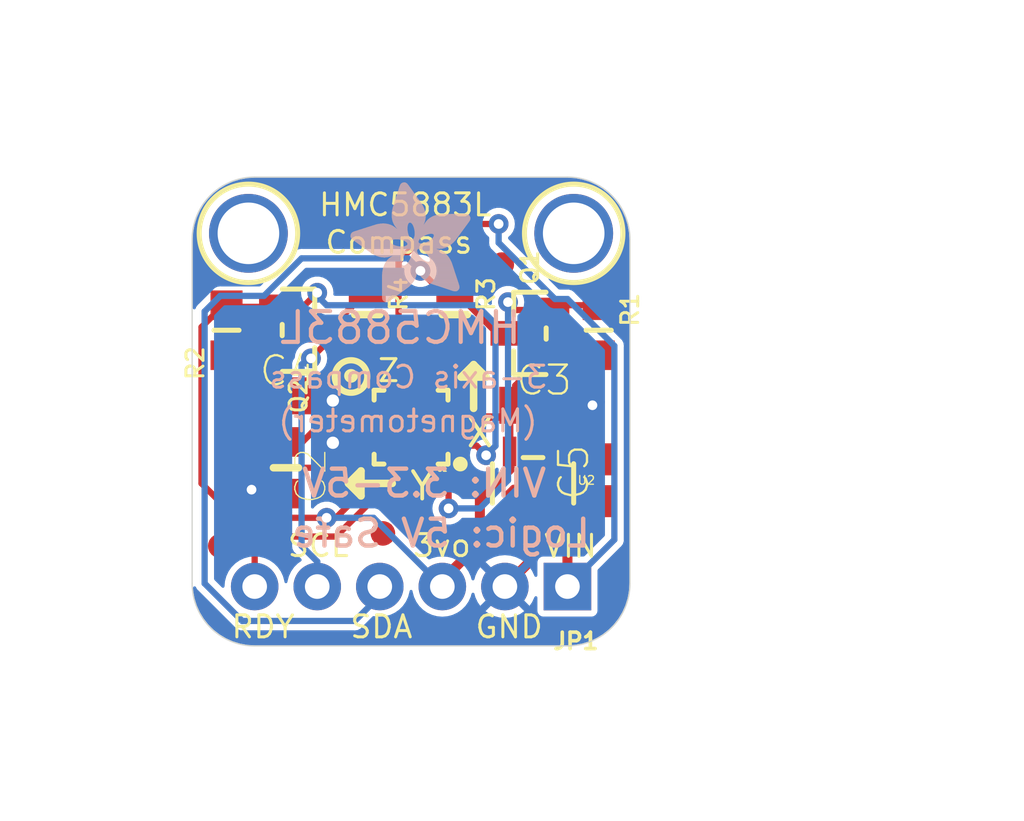
<source format=kicad_pcb>
(kicad_pcb (version 20221018) (generator pcbnew)
  (layers (0 "F.Cu" signal) (31 "B.Cu" signal) (34 "B.Paste" user) (35 "F.Paste" user) (36 "B.SilkS" user "B.Silkscreen") (37 "F.SilkS" user "F.Silkscreen") (38 "B.Mask" user) (39 "F.Mask" user) (44 "Edge.Cuts" user))
  (net 0 "")
  (net 1 "N$1")
  (net 2 "N$2")
  (net 3 "N$3")
  (net 4 "GND")
  (net 5 "DRDY")
  (net 6 "SDA_3.3V")
  (net 7 "SCL_3.3V")
  (net 8 "3.3V")
  (net 9 "SDA_5.0V")
  (net 10 "SCL_5.0V")
  (net 11 "VIN")
  (footprint "working:SOT23-WIDE" (layer "F.Cu") (at 143.9291 101.7016 -90)
    (fp_text reference "Q2" (at 1.905 0 90) (layer "F.SilkS") (effects (font (size 0.692831 0.692831) (thickness 0.119969)) (justify right)))
    (fp_text value "BSS138")
    (pad "1" smd rect (at -0.95 1 270) (size 1 1.2) (layers "F.Cu" "F.Paste" "F.Mask") (net 8 "3.3V"))
    (pad "2" smd rect (at 0.95 1 270) (size 1 1.2) (layers "F.Cu" "F.Paste" "F.Mask") (net 7 "SCL_3.3V"))
    (pad "3" smd rect (at 0 -1 270) (size 1 1.2) (layers "F.Cu" "F.Paste" "F.Mask") (net 10 "SCL_5.0V"))
  )
  (footprint "working:0805-NO" (layer "F.Cu") (at 146.7231 101.0666 -90)
    (fp_text reference "R4" (at -1.5875 -1.27 90) (layer "F.SilkS") (effects (font (size 0.692831 0.692831) (thickness 0.119969)) (justify right)))
    (fp_text value "10K")
    (pad "1" smd rect (at -0.95 0 270) (size 1.3 1.5) (layers "F.Cu" "F.Paste" "F.Mask") (net 10 "SCL_5.0V"))
    (pad "2" smd rect (at 0.95 0 270) (size 1.3 1.5) (layers "F.Cu" "F.Paste" "F.Mask") (net 11 "VIN"))
  )
  (footprint "working:0805-NO" (layer "F.Cu") (at 150.2791 101.0666 -90)
    (fp_text reference "R3" (at -1.5875 -1.27 90) (layer "F.SilkS") (effects (font (size 0.692831 0.692831) (thickness 0.119969)) (justify right)))
    (fp_text value "10K")
    (pad "1" smd rect (at -0.95 0 270) (size 1.3 1.5) (layers "F.Cu" "F.Paste" "F.Mask") (net 9 "SDA_5.0V"))
    (pad "2" smd rect (at 0.95 0 270) (size 1.3 1.5) (layers "F.Cu" "F.Paste" "F.Mask") (net 11 "VIN"))
  )
  (footprint "working:C0805" (layer "F.Cu") (at 153.5811 104.7496)
    (fp_text reference "C3" (at -0.889 -1.016) (layer "F.SilkS") (effects (font (size 1.176528 1.176528) (thickness 0.093472)) (justify left)))
    (fp_text value "10uF")
    (pad "1" smd rect (at -0.85 0) (size 1.3 1.5) (layers "F.Cu" "F.Paste" "F.Mask") (net 8 "3.3V"))
    (pad "2" smd rect (at 0.85 0) (size 1.3 1.5) (layers "F.Cu" "F.Paste" "F.Mask") (net 4 "GND"))
  )
  (footprint "working:SOT23-5" (layer "F.Cu") (at 153.4541 107.9246)
    (fp_text reference "U2" (at 1.778 -0.127) (layer "F.SilkS") (effects (font (size 0.35308 0.35308) (thickness 0.05332)) (justify left)))
    (fp_text value "MIC5225-3.3V")
    (pad "1" smd rect (at -0.95 1.3001) (size 0.55 1.2) (layers "F.Cu" "F.Paste" "F.Mask") (net 11 "VIN"))
    (pad "2" smd rect (at 0 1.3001) (size 0.55 1.2) (layers "F.Cu" "F.Paste" "F.Mask") (net 4 "GND"))
    (pad "3" smd rect (at 0.95 1.3001) (size 0.55 1.2) (layers "F.Cu" "F.Paste" "F.Mask") (net 11 "VIN"))
    (pad "4" smd rect (at 0.95 -1.3001) (size 0.55 1.2) (layers "F.Cu" "F.Paste" "F.Mask"))
    (pad "5" smd rect (at -0.95 -1.3001) (size 0.55 1.2) (layers "F.Cu" "F.Paste" "F.Mask") (net 8 "3.3V"))
  )
  (footprint "working:FIDUCIAL_1MM" (layer "F.Cu") (at 147.3581 109.9566)
    (fp_text reference "U$12" hide)
    (fp_text value "FIDUCIAL" hide)
    (pad "1" smd roundrect (at 0 0) (size 1 1) (layers "F.Cu") (roundrect_rratio 0.5))
  )
  (footprint "working:MOUNTINGHOLE_2.5_PLATED" (layer "F.Cu") (at 155.1051 97.7646)
    (fp_text reference "U$9" hide)
    (fp_text value "MOUNTINGHOLE2.5" hide)
    (pad "P$1" thru_hole circle (at 0 0) (size 3.2 3.2) (drill 2.5) (layers "*.Cu" "*.Mask"))
    (zone (net 0) (net_name "") (layer "B.Cu") (connect_pads (clearance 0)) (min_thickness 0.25)
      (keepout (tracks not_allowed) (vias not_allowed) (pads not_allowed) (copperpour not_allowed) (footprints allowed))
      (fill (thermal_gap 0.5) (thermal_bridge_width 0.5))
      (polygon (pts (xy 157.1211 97.7646) (xy 157.10148 97.484027) (xy 157.043004 97.208915) (xy 156.946808 96.944619) (xy 156.814765 96.696283) (xy 156.649446 96.46874) (xy 156.454067 96.26642) (xy 156.232433 96.09326) (xy 155.988856 95.952631) (xy 155.728078 95.84727) (xy 155.455175 95.779228) (xy 155.175457 95.749828) (xy 154.894371 95.759644) (xy 154.617385 95.808484) (xy 154.349893 95.895397) (xy 154.0971 96.018693) (xy 153.863926 96.17597) (xy 153.654911 96.364169) (xy 153.474122 96.579625) (xy 153.325078 96.818145) (xy 153.21068 97.075087) (xy 153.133154 97.34545) (xy 153.094011 97.623971) (xy 153.094011 97.905229) (xy 153.133154 98.18375) (xy 153.21068 98.454113) (xy 153.325078 98.711055) (xy 153.474122 98.949575) (xy 153.654911 99.165031) (xy 153.863926 99.35323) (xy 154.0971 99.510507) (xy 154.349893 99.633803) (xy 154.617385 99.720716) (xy 154.894371 99.769556) (xy 155.175457 99.779372) (xy 155.455175 99.749972) (xy 155.728078 99.68193) (xy 155.988856 99.576569) (xy 156.232433 99.43594) (xy 156.454067 99.26278) (xy 156.649446 99.06046) (xy 156.814765 98.832917) (xy 156.946808 98.584581) (xy 157.043004 98.320285) (xy 157.10148 98.045173)))
      (polygon (pts (xy 155.0891 97.7646) (xy 155.093786 97.775914) (xy 155.1051 97.7806) (xy 155.116414 97.775914) (xy 155.1211 97.7646) (xy 155.116414 97.753286) (xy 155.1051 97.7486) (xy 155.093786 97.753286)))
    )
  )
  (footprint "working:SOT23-WIDE" (layer "F.Cu") (at 153.3271 101.8286 90)
    (fp_text reference "Q1" (at 1.905 0 90) (layer "F.SilkS") (effects (font (size 0.692831 0.692831) (thickness 0.119969)) (justify left)))
    (fp_text value "BSS138")
    (pad "1" smd rect (at -0.95 1 90) (size 1 1.2) (layers "F.Cu" "F.Paste" "F.Mask") (net 8 "3.3V"))
    (pad "2" smd rect (at 0.95 1 90) (size 1 1.2) (layers "F.Cu" "F.Paste" "F.Mask") (net 6 "SDA_3.3V"))
    (pad "3" smd rect (at 0 -1 90) (size 1 1.2) (layers "F.Cu" "F.Paste" "F.Mask") (net 9 "SDA_5.0V"))
  )
  (footprint "working:HMC5883L" (layer "F.Cu") (at 148.5011 105.6386 180)
    (fp_text reference "U1" (at -1.5 -1.7) (layer "F.SilkS") (effects (font (size 0.20068 0.20068) (thickness 0.05332)) (justify right)))
    (fp_text value "HMC5883L-T")
    (pad "1" smd rect (at -1.275 -0.75 180) (size 0.45 0.3) (layers "F.Cu" "F.Paste") (net 7 "SCL_3.3V"))
    (pad "2" smd rect (at -1.275 -0.25 180) (size 0.45 0.3) (layers "F.Cu" "F.Paste") (net 8 "3.3V"))
    (pad "3" smd rect (at -1.275 0.25 180) (size 0.45 0.3) (layers "F.Cu" "F.Paste"))
    (pad "4" smd rect (at -1.275 0.75 180) (size 0.45 0.3) (layers "F.Cu" "F.Paste") (net 8 "3.3V"))
    (pad "5" smd rect (at -0.75 1.275 270) (size 0.45 0.3) (layers "F.Cu" "F.Paste"))
    (pad "6" smd rect (at -0.25 1.275 270) (size 0.45 0.3) (layers "F.Cu" "F.Paste"))
    (pad "7" smd rect (at 0.25 1.275 270) (size 0.45 0.3) (layers "F.Cu" "F.Paste"))
    (pad "8" smd rect (at 0.75 1.275 270) (size 0.45 0.3) (layers "F.Cu" "F.Paste") (net 2 "N$2"))
    (pad "9" smd rect (at 1.275 0.75) (size 0.45 0.3) (layers "F.Cu" "F.Paste") (net 4 "GND"))
    (pad "10" smd rect (at 1.275 0.25) (size 0.45 0.3) (layers "F.Cu" "F.Paste") (net 3 "N$3"))
    (pad "11" smd rect (at 1.275 -0.25) (size 0.45 0.3) (layers "F.Cu" "F.Paste") (net 4 "GND"))
    (pad "12" smd rect (at 1.275 -0.75) (size 0.45 0.3) (layers "F.Cu" "F.Paste") (net 1 "N$1"))
    (pad "13" smd rect (at 0.75 -1.275 90) (size 0.45 0.3) (layers "F.Cu" "F.Paste") (net 8 "3.3V"))
    (pad "14" smd rect (at 0.25 -1.275 90) (size 0.45 0.3) (layers "F.Cu" "F.Paste"))
    (pad "15" smd rect (at -0.25 -1.275 90) (size 0.45 0.3) (layers "F.Cu" "F.Paste") (net 5 "DRDY"))
    (pad "16" smd rect (at -0.75 -1.275 90) (size 0.45 0.3) (layers "F.Cu" "F.Paste") (net 6 "SDA_3.3V"))
  )
  (footprint "working:_0805MP" (layer "F.Cu") (at 141.0081 101.7016 90)
    (fp_text reference "R2" (at -2.0955 -1.27 90) (layer "F.SilkS") (effects (font (size 0.692831 0.692831) (thickness 0.119969)) (justify left)))
    (fp_text value "10K")
    (pad "1" smd rect (at -1.016 0 90) (size 1.2 1.3) (layers "F.Cu" "F.Paste" "F.Mask") (net 7 "SCL_3.3V"))
    (pad "2" smd rect (at 1.016 0 90) (size 1.2 1.3) (layers "F.Cu" "F.Paste" "F.Mask") (net 8 "3.3V"))
  )
  (footprint "working:MOUNTINGHOLE_2.5_PLATED" (layer "F.Cu") (at 141.8971 97.7646)
    (fp_text reference "U$8" hide)
    (fp_text value "MOUNTINGHOLE2.5" hide)
    (pad "P$1" thru_hole circle (at 0 0) (size 3.2 3.2) (drill 2.5) (layers "*.Cu" "*.Mask"))
    (zone (net 0) (net_name "") (layer "B.Cu") (connect_pads (clearance 0)) (min_thickness 0.25)
      (keepout (tracks not_allowed) (vias not_allowed) (pads not_allowed) (copperpour not_allowed) (footprints allowed))
      (fill (thermal_gap 0.5) (thermal_bridge_width 0.5))
      (polygon (pts (xy 143.9131 97.7646) (xy 143.89348 97.484027) (xy 143.835004 97.208915) (xy 143.738808 96.944619) (xy 143.606765 96.696283) (xy 143.441446 96.46874) (xy 143.246067 96.26642) (xy 143.024433 96.09326) (xy 142.780856 95.952631) (xy 142.520078 95.84727) (xy 142.247175 95.779228) (xy 141.967457 95.749828) (xy 141.686371 95.759644) (xy 141.409385 95.808484) (xy 141.141893 95.895397) (xy 140.8891 96.018693) (xy 140.655926 96.17597) (xy 140.446911 96.364169) (xy 140.266122 96.579625) (xy 140.117078 96.818145) (xy 140.00268 97.075087) (xy 139.925154 97.34545) (xy 139.886011 97.623971) (xy 139.886011 97.905229) (xy 139.925154 98.18375) (xy 140.00268 98.454113) (xy 140.117078 98.711055) (xy 140.266122 98.949575) (xy 140.446911 99.165031) (xy 140.655926 99.35323) (xy 140.8891 99.510507) (xy 141.141893 99.633803) (xy 141.409385 99.720716) (xy 141.686371 99.769556) (xy 141.967457 99.779372) (xy 142.247175 99.749972) (xy 142.520078 99.68193) (xy 142.780856 99.576569) (xy 143.024433 99.43594) (xy 143.246067 99.26278) (xy 143.441446 99.06046) (xy 143.606765 98.832917) (xy 143.738808 98.584581) (xy 143.835004 98.320285) (xy 143.89348 98.045173)))
      (polygon (pts (xy 141.8811 97.7646) (xy 141.885786 97.775914) (xy 141.8971 97.7806) (xy 141.908414 97.775914) (xy 141.9131 97.7646) (xy 141.908414 97.753286) (xy 141.8971 97.7486) (xy 141.885786 97.753286)))
    )
  )
  (footprint "working:FIDUCIAL_1MM" (layer "F.Cu") (at 140.7541 110.4646)
    (fp_text reference "U$10" hide)
    (fp_text value "FIDUCIAL" hide)
    (pad "1" smd roundrect (at 0 0) (size 1 1) (layers "F.Cu") (roundrect_rratio 0.5))
  )
  (footprint "working:0805_10MGAP" (layer "F.Cu") (at 143.4211 107.2896 -90)
    (fp_text reference "C2" (at -0.889 -1.016 90) (layer "F.SilkS") (effects (font (size 1.21668 1.21668) (thickness 0.05332)) (justify right)))
    (fp_text value "4.7uF")
    (pad "1" smd rect (at -1.05 0 270) (size 1.2 1.5) (layers "F.Cu" "F.Paste" "F.Mask") (net 3 "N$3"))
    (pad "2" smd rect (at 1.05 0 270) (size 1.2 1.5) (layers "F.Cu" "F.Paste" "F.Mask") (net 4 "GND"))
  )
  (footprint "working:FIDUCIAL_1MM" (layer "F.Cu") (at 152.1841 99.0346)
    (fp_text reference "U$11" hide)
    (fp_text value "FIDUCIAL" hide)
    (pad "1" smd roundrect (at 0 0) (size 1 1) (layers "F.Cu") (roundrect_rratio 0.5))
  )
  (footprint "working:C0805" (layer "F.Cu") (at 143.1671 104.3686)
    (fp_text reference "C4" (at -0.889 -1.016) (layer "F.SilkS") (effects (font (size 1.176528 1.176528) (thickness 0.093472)) (justify left)))
    (fp_text value "0.22uF")
    (pad "1" smd rect (at -0.85 0) (size 1.3 1.5) (layers "F.Cu" "F.Paste" "F.Mask") (net 1 "N$1"))
    (pad "2" smd rect (at 0.85 0) (size 1.3 1.5) (layers "F.Cu" "F.Paste" "F.Mask") (net 2 "N$2"))
  )
  (footprint "working:C0805" (layer "F.Cu") (at 156.1211 107.7976 90)
    (fp_text reference "C5" (at -0.889 -1.016 90) (layer "F.SilkS") (effects (font (size 1.176528 1.176528) (thickness 0.093472)) (justify left)))
    (fp_text value "10uF")
    (pad "1" smd rect (at -0.85 0 90) (size 1.3 1.5) (layers "F.Cu" "F.Paste" "F.Mask") (net 11 "VIN"))
    (pad "2" smd rect (at 0.85 0 90) (size 1.3 1.5) (layers "F.Cu" "F.Paste" "F.Mask") (net 4 "GND"))
  )
  (footprint "working:1X06_ROUND_76" (layer "F.Cu") (at 148.5011 112.1156 180)
    (fp_text reference "JP1" (at -7.6962 -1.8288 180) (layer "F.SilkS") (effects (font (size 0.666496 0.666496) (thickness 0.146304)) (justify right top)))
    (fp_text value "")
    (pad "1" thru_hole rect (at -6.35 0 270) (size 1.9304 1.9304) (drill 1) (layers "*.Cu" "*.Mask") (net 11 "VIN"))
    (pad "2" thru_hole circle (at -3.81 0 270) (size 1.9304 1.9304) (drill 1) (layers "*.Cu" "*.Mask") (net 4 "GND"))
    (pad "3" thru_hole circle (at -1.27 0 270) (size 1.9304 1.9304) (drill 1) (layers "*.Cu" "*.Mask") (net 8 "3.3V"))
    (pad "4" thru_hole circle (at 1.27 0 270) (size 1.9304 1.9304) (drill 1) (layers "*.Cu" "*.Mask") (net 9 "SDA_5.0V"))
    (pad "5" thru_hole circle (at 3.81 0 270) (size 1.9304 1.9304) (drill 1) (layers "*.Cu" "*.Mask") (net 10 "SCL_5.0V"))
    (pad "6" thru_hole circle (at 6.35 0 270) (size 1.9304 1.9304) (drill 1) (layers "*.Cu" "*.Mask") (net 5 "DRDY"))
  )
  (footprint "working:_0805MP" (layer "F.Cu") (at 156.1211 101.7016 -90)
    (fp_text reference "R1" (at -1.5875 -1.27 90) (layer "F.SilkS") (effects (font (size 0.692831 0.692831) (thickness 0.119969)) (justify right)))
    (fp_text value "10K")
    (pad "1" smd rect (at -1.016 0 270) (size 1.2 1.3) (layers "F.Cu" "F.Paste" "F.Mask") (net 6 "SDA_3.3V"))
    (pad "2" smd rect (at 1.016 0 270) (size 1.2 1.3) (layers "F.Cu" "F.Paste" "F.Mask") (net 8 "3.3V"))
  )
  (footprint "working:ADAFRUIT_5MM" (layer "B.Cu") (at 150.9141 100.5586 180)
    (fp_text reference "U$7" hide)
    (fp_text value "" hide)
  )
  (gr_line (start 150.5331 103.6066) (end 151.5491 103.6066) (stroke (width 0.3048)) (layer "F.SilkS"))
  (gr_line (start 151.5491 103.6066) (end 151.0411 103.0986) (stroke (width 0.3048)) (layer "F.SilkS"))
  (gr_circle (center 146.0627 103.5558) (end 146.0881 103.5558) (stroke (width 0.254)) (fill none) (layer "F.SilkS"))
  (gr_line (start 151.0411 103.0986) (end 150.5331 103.6066) (stroke (width 0.3048)) (layer "F.SilkS"))
  (gr_line (start 145.9611 107.9246) (end 146.4691 107.4166) (stroke (width 0.3048)) (layer "F.SilkS"))
  (gr_line (start 146.4691 108.4326) (end 145.9611 107.9246) (stroke (width 0.3048)) (layer "F.SilkS"))
  (gr_line (start 151.0411 104.8766) (end 151.0411 103.0986) (stroke (width 0.3048)) (layer "F.SilkS"))
  (gr_line (start 146.4691 107.4166) (end 146.4691 108.4326) (stroke (width 0.3048)) (layer "F.SilkS"))
  (gr_line (start 147.7391 107.9246) (end 145.9611 107.9246) (stroke (width 0.3048)) (layer "F.SilkS"))
  (gr_circle (center 146.0627 103.5812) (end 146.7231 103.5812) (stroke (width 0.254)) (fill none) (layer "F.SilkS"))
  (gr_arc (start 139.6111 98.0186) (mid 140.355049 96.222549) (end 142.1511 95.4786) (stroke (width 0.05)) (layer "Edge.Cuts"))
  (gr_arc (start 142.1511 114.5286) (mid 140.355049 113.784651) (end 139.6111 111.9886) (stroke (width 0.05)) (layer "Edge.Cuts"))
  (gr_line (start 157.3911 98.0186) (end 157.3911 111.9886) (stroke (width 0.05)) (layer "Edge.Cuts"))
  (gr_line (start 142.1511 95.4786) (end 154.8511 95.4786) (stroke (width 0.05)) (layer "Edge.Cuts"))
  (gr_line (start 139.6111 111.9886) (end 139.6111 98.0186) (stroke (width 0.05)) (layer "Edge.Cuts"))
  (gr_line (start 154.8511 114.5286) (end 142.1511 114.5286) (stroke (width 0.05)) (layer "Edge.Cuts"))
  (gr_arc (start 154.8511 95.4786) (mid 156.647151 96.222549) (end 157.3911 98.0186) (stroke (width 0.05)) (layer "Edge.Cuts"))
  (gr_arc (start 157.3911 111.9886) (mid 156.647151 113.784651) (end 154.8511 114.5286) (stroke (width 0.05)) (layer "Edge.Cuts"))
  (gr_text "VIN: 3.3-5V" (at 154.0891 108.5596) (layer "B.SilkS") (effects (font (size 1.0922 1.0922) (thickness 0.1778)) (justify left bottom mirror)))
  (gr_text "3-axis Compass" (at 148.3741 103.6066) (layer "B.SilkS") (effects (font (size 0.89408 0.89408) (thickness 0.12192)) (justify mirror)))
  (gr_text "HMC5883L" (at 153.0731 102.3366) (layer "B.SilkS") (effects (font (size 1.251712 1.251712) (thickness 0.170688)) (justify left bottom mirror)))
  (gr_text "Logic: 5V Safe" (at 155.8671 110.5916) (layer "B.SilkS") (effects (font (size 1.0922 1.0922) (thickness 0.1778)) (justify left bottom mirror)))
  (gr_text "(Magnetometer)" (at 148.3741 105.3846) (layer "B.SilkS") (effects (font (size 0.89408 0.89408) (thickness 0.12192)) (justify mirror)))
  (gr_text "VIN" (at 156.1211 109.9566) (layer "F.SilkS") (effects (font (size 0.89408 0.89408) (thickness 0.12192)) (justify right top)))
  (gr_text "GND" (at 151.0411 114.2746) (layer "F.SilkS") (effects (font (size 0.89408 0.89408) (thickness 0.12192)) (justify left bottom)))
  (gr_text "X" (at 150.6601 106.5276) (layer "F.SilkS") (effects (font (size 1.1176 1.1176) (thickness 0.1524)) (justify left bottom)))
  (gr_text "3vo" (at 148.5011 110.9726) (layer "F.SilkS") (effects (font (size 0.89408 0.89408) (thickness 0.12192)) (justify left bottom)))
  (gr_text "HMC5883L" (at 144.6911 97.1296) (layer "F.SilkS") (effects (font (size 0.89408 0.89408) (thickness 0.12192)) (justify left bottom)))
  (gr_text "SDA" (at 145.9611 114.2746) (layer "F.SilkS") (effects (font (size 0.89408 0.89408) (thickness 0.12192)) (justify left bottom)))
  (gr_text "RDY" (at 141.1351 114.2746) (layer "F.SilkS") (effects (font (size 0.89408 0.89408) (thickness 0.12192)) (justify left bottom)))
  (gr_text "Compass" (at 144.9451 98.6536) (layer "F.SilkS") (effects (font (size 0.89408 0.89408) (thickness 0.12192)) (justify left bottom)))
  (gr_text "SCL" (at 143.4211 110.9726) (layer "F.SilkS") (effects (font (size 0.89408 0.89408) (thickness 0.12192)) (justify left bottom)))
  (gr_text "Y" (at 148.3741 108.6866) (layer "F.SilkS") (effects (font (size 1.1176 1.1176) (thickness 0.1524)) (justify left bottom)))
  (gr_text "Z" (at 148.0947 102.8192) (layer "F.SilkS") (effects (font (size 0.89408 0.89408) (thickness 0.12192)) (justify right top)))
  (segment (start 145.5801 107.2896) (end 142.4051 107.2896) (width 0.254) (layer "F.Cu") (net 1))
  (segment (start 142.4051 107.2896) (end 142.1511 107.0356) (width 0.254) (layer "F.Cu") (net 1))
  (segment (start 142.1511 107.0356) (end 142.1511 104.5346) (width 0.254) (layer "F.Cu") (net 1))
  (segment (start 146.4811 106.3886) (end 145.5801 107.2896) (width 0.254) (layer "F.Cu") (net 1))
  (segment (start 142.1511 104.5346) (end 142.3171 104.3686) (width 0.254) (layer "F.Cu") (net 1))
  (segment (start 147.2261 106.3886) (end 146.4811 106.3886) (width 0.254) (layer "F.Cu") (net 1))
  (segment (start 147.1211 103.7336) (end 144.6911 103.7336) (width 0.254) (layer "F.Cu") (net 2))
  (segment (start 144.6911 103.7336) (end 144.0561 104.3686) (width 0.254) (layer "F.Cu") (net 2))
  (segment (start 147.7511 104.3636) (end 147.1211 103.7336) (width 0.254) (layer "F.Cu") (net 2))
  (segment (start 144.0561 104.3686) (end 144.0171 104.3686) (width 0.254) (layer "F.Cu") (net 2))
  (segment (start 147.2261 105.3886) (end 144.9411 105.3886) (width 0.254) (layer "F.Cu") (net 3))
  (segment (start 144.0901 106.2396) (end 143.4211 106.2396) (width 0.254) (layer "F.Cu") (net 3))
  (segment (start 144.9411 105.3886) (end 144.0901 106.2396) (width 0.254) (layer "F.Cu") (net 3))
  (segment (start 145.7111 105.8886) (end 145.3261 106.2736) (width 0.254) (layer "F.Cu") (net 4))
  (segment (start 142.0241 108.1786) (end 143.2601 108.1786) (width 0.254) (layer "F.Cu") (net 4))
  (segment (start 156.1211 106.4396) (end 154.4311 104.7496) (width 0.254) (layer "F.Cu") (net 4))
  (segment (start 147.2261 105.8886) (end 145.7111 105.8886) (width 0.254) (layer "F.Cu") (net 4))
  (segment (start 143.2601 108.1786) (end 143.4211 108.3396) (width 0.254) (layer "F.Cu") (net 4))
  (segment (start 156.1211 106.9476) (end 156.1211 106.4396) (width 0.254) (layer "F.Cu") (net 4))
  (segment (start 147.2141 104.8766) (end 145.7071 104.8766) (width 0.254) (layer "F.Cu") (net 4))
  (segment (start 154.4311 104.7496) (end 155.8671 104.7496) (width 0.254) (layer "F.Cu") (net 4))
  (segment (start 153.4541 109.2247) (end 153.4541 110.9726) (width 0.4064) (layer "F.Cu") (net 4))
  (segment (start 147.2261 104.8886) (end 147.2141 104.8766) (width 0.254) (layer "F.Cu") (net 4))
  (segment (start 145.3261 104.5591) (end 145.3896 104.5591) (width 0.254) (layer "F.Cu") (net 4))
  (segment (start 145.3896 104.5591) (end 145.7071 104.8766) (width 0.254) (layer "F.Cu") (net 4))
  (segment (start 153.4541 110.9726) (end 152.3111 112.1156) (width 0.4064) (layer "F.Cu") (net 4))
  (via (at 142.0241 108.1786) (size 0.8001) (drill 0.3937) (layers "F.Cu" "B.Cu") (net 4))
  (via (at 145.3261 106.2736) (size 0.9064) (drill 0.5) (layers "F.Cu" "B.Cu") (net 4))
  (via (at 145.3261 104.5591) (size 0.9064) (drill 0.5) (layers "F.Cu" "B.Cu") (net 4))
  (via (at 155.8671 104.7496) (size 0.8001) (drill 0.3937) (layers "F.Cu" "B.Cu") (net 4))
  (segment (start 156.1211 104.7496) (end 156.2481 104.6226) (width 0.254) (layer "B.Cu") (net 4))
  (segment (start 142.0241 108.0516) (end 141.6431 108.0516) (width 0.254) (layer "B.Cu") (net 4))
  (segment (start 142.0241 108.1786) (end 142.0241 108.0516) (width 0.254) (layer "B.Cu") (net 4))
  (segment (start 155.8671 104.7496) (end 156.1211 104.7496) (width 0.254) (layer "B.Cu") (net 4))
  (segment (start 147.6081 107.9286) (end 145.4531 110.0836) (width 0.254) (layer "F.Cu") (net 5))
  (segment (start 148.7511 107.4206) (end 148.2431 107.9286) (width 0.254) (layer "F.Cu") (net 5))
  (segment (start 145.4531 110.0836) (end 142.1511 110.0836) (width 0.254) (layer "F.Cu") (net 5))
  (segment (start 148.2431 107.9286) (end 147.6081 107.9286) (width 0.254) (layer "F.Cu") (net 5))
  (segment (start 142.1511 110.0836) (end 142.1511 112.1156) (width 0.254) (layer "F.Cu") (net 5))
  (segment (start 148.7511 106.9136) (end 148.7511 107.4206) (width 0.254) (layer "F.Cu") (net 5))
  (segment (start 154.5201 100.6856) (end 156.1211 100.6856) (width 0.254) (layer "F.Cu") (net 6))
  (segment (start 154.3271 100.8786) (end 154.5201 100.6856) (width 0.254) (layer "F.Cu") (net 6))
  (segment (start 149.2511 106.9136) (end 150.0251 107.6876) (width 0.254) (layer "F.Cu") (net 6))
  (segment (start 152.7581 100.8786) (end 154.3271 100.8786) (width 0.254) (layer "F.Cu") (net 6))
  (segment (start 152.4381 100.5586) (end 152.7581 100.8786) (width 0.254) (layer "F.Cu") (net 6))
  (segment (start 150.0251 107.6876) (end 150.0251 108.9406) (width 0.254) (layer "F.Cu") (net 6))
  (via (at 152.4381 100.5586) (size 0.8001) (drill 0.3937) (layers "F.Cu" "B.Cu") (net 6))
  (via (at 150.0251 108.9406) (size 0.8001) (drill 0.3937) (layers "F.Cu" "B.Cu") (net 6))
  (segment (start 152.4381 107.7976) (end 151.2951 108.9406) (width 0.254) (layer "B.Cu") (net 6))
  (segment (start 151.2951 108.9406) (end 150.0251 108.9406) (width 0.254) (layer "B.Cu") (net 6))
  (segment (start 152.4381 107.7976) (end 152.4381 100.5586) (width 0.254) (layer "B.Cu") (net 6))
  (segment (start 143.9291 101.5246) (end 142.9291 102.5246) (width 0.254) (layer "F.Cu") (net 7))
  (segment (start 143.9291 101.5246) (end 143.9291 100.9396) (width 0.254) (layer "F.Cu") (net 7))
  (segment (start 151.1561 106.3886) (end 149.7761 106.3886) (width 0.254) (layer "F.Cu") (net 7))
  (segment (start 151.5491 106.7816) (end 151.1561 106.3886) (width 0.254) (layer "F.Cu") (net 7))
  (segment (start 141.0081 102.7176) (end 141.0741 102.6516) (width 0.254) (layer "F.Cu") (net 7))
  (segment (start 142.9291 102.5246) (end 142.9291 102.6516) (width 0.254) (layer "F.Cu") (net 7))
  (segment (start 141.0741 102.6516) (end 142.9291 102.6516) (width 0.254) (layer "F.Cu") (net 7))
  (segment (start 143.9291 100.9396) (end 144.6911 100.1776) (width 0.254) (layer "F.Cu") (net 7))
  (via (at 144.6911 100.1776) (size 0.8001) (drill 0.3937) (layers "F.Cu" "B.Cu") (net 7))
  (via (at 151.5491 106.7816) (size 0.8001) (drill 0.3937) (layers "F.Cu" "B.Cu") (net 7))
  (segment (start 145.0721 100.6856) (end 151.1681 100.6856) (width 0.254) (layer "B.Cu") (net 7))
  (segment (start 151.1681 100.6856) (end 151.9301 101.4476) (width 0.254) (layer "B.Cu") (net 7))
  (segment (start 151.9301 101.4476) (end 151.9301 106.4006) (width 0.254) (layer "B.Cu") (net 7))
  (segment (start 151.9301 106.4006) (end 151.5491 106.7816) (width 0.254) (layer "B.Cu") (net 7))
  (segment (start 144.6911 100.3046) (end 144.6911 100.1776) (width 0.254) (layer "B.Cu") (net 7))
  (segment (start 145.0721 100.6856) (end 144.6911 100.3046) (width 0.254) (layer "B.Cu") (net 7))
  (segment (start 150.9141 105.1306) (end 150.9141 105.0036) (width 0.254) (layer "F.Cu") (net 8))
  (segment (start 153.8351 102.8446) (end 154.2611 102.8446) (width 0.254) (layer "F.Cu") (net 8))
  (segment (start 150.9141 105.7656) (end 150.9141 105.1306) (width 0.254) (layer "F.Cu") (net 8))
  (segment (start 152.5041 105.2306) (end 151.0141 105.2306) (width 0.3048) (layer "F.Cu") (net 8))
  (segment (start 140.8811 100.6856) (end 141.0081 100.6856) (width 0.254) (layer "F.Cu") (net 8))
  (segment (start 152.5041 104.9766) (end 152.7311 104.7496) (width 0.254) (layer "F.Cu") (net 8))
  (segment (start 152.5041 105.2306) (end 152.5041 104.9766) (width 0.254) (layer "F.Cu") (net 8))
  (segment (start 151.2951 110.3376) (end 149.7711 111.8616) (width 0.4064) (layer "F.Cu") (net 8))
  (segment (start 152.5041 106.6245) (end 152.5041 107.3506) (width 0.4064) (layer "F.Cu") (net 8))
  (segment (start 151.2951 108.5596) (end 151.2951 110.3376) (width 0.4064) (layer "F.Cu") (net 8))
  (segment (start 141.0081 100.6856) (end 141.0741 100.7516) (width 0.254) (layer "F.Cu") (net 8))
  (segment (start 147.7511 106.9136) (end 147.7511 107.0236) (width 0.254) (layer "F.Cu") (net 8))
  (segment (start 147.7511 107.0236) (end 145.4531 109.3216) (width 0.254) (layer "F.Cu") (net 8))
  (segment (start 139.9921 101.5746) (end 140.8811 100.6856) (width 0.254) (layer "F.Cu") (net 8))
  (segment (start 154.2611 102.8446) (end 154.3271 102.7786) (width 0.254) (layer "F.Cu") (net 8))
  (segment (start 145.4531 109.3216) (end 145.0721 109.3216) (width 0.254) (layer "F.Cu") (net 8))
  (segment (start 139.9921 101.5746) (end 139.9921 107.9246) (width 0.254) (layer "F.Cu") (net 8))
  (segment (start 152.5041 107.3506) (end 151.2951 108.5596) (width 0.4064) (layer "F.Cu") (net 8))
  (segment (start 152.5041 106.6245) (end 152.5041 105.2306) (width 0.3048) (layer "F.Cu") (net 8))
  (segment (start 152.7311 104.7496) (end 152.7311 103.9486) (width 0.254) (layer "F.Cu") (net 8))
  (segment (start 150.7911 105.8886) (end 150.9141 105.7656) (width 0.254) (layer "F.Cu") (net 8))
  (segment (start 152.7311 103.9486) (end 153.8351 102.8446) (width 0.254) (layer "F.Cu") (net 8))
  (segment (start 139.9921 107.9246) (end 141.3891 109.3216) (width 0.254) (layer "F.Cu") (net 8))
  (segment (start 154.3881 102.7176) (end 156.1211 102.7176) (width 0.254) (layer "F.Cu") (net 8))
  (segment (start 150.7991 104.8886) (end 149.7761 104.8886) (width 0.254) (layer "F.Cu") (net 8))
  (segment (start 141.3891 109.3216) (end 145.0721 109.3216) (width 0.254) (layer "F.Cu") (net 8))
  (segment (start 154.3271 102.7786) (end 154.3881 102.7176) (width 0.254) (layer "F.Cu") (net 8))
  (segment (start 151.0141 105.2306) (end 150.9141 105.1306) (width 0.3048) (layer "F.Cu") (net 8))
  (segment (start 150.7991 104.8886) (end 150.9141 105.0036) (width 0.254) (layer "F.Cu") (net 8))
  (segment (start 149.7761 105.8886) (end 150.7911 105.8886) (width 0.254) (layer "F.Cu") (net 8))
  (segment (start 141.0741 100.7516) (end 142.9291 100.7516) (width 0.254) (layer "F.Cu") (net 8))
  (segment (start 149.7711 111.8616) (end 149.7711 112.1156) (width 0.4064) (layer "F.Cu") (net 8))
  (via (at 145.0721 109.3216) (size 0.8001) (drill 0.3937) (layers "F.Cu" "B.Cu") (net 8))
  (segment (start 145.0721 109.3216) (end 146.9771 109.3216) (width 0.254) (layer "B.Cu") (net 8))
  (segment (start 146.9771 109.3216) (end 149.7711 112.1156) (width 0.254) (layer "B.Cu") (net 8))
  (segment (start 152.3271 101.8286) (end 151.9911 101.8286) (width 0.254) (layer "F.Cu") (net 9))
  (segment (start 150.2131 100.0506) (end 150.2791 100.1166) (width 0.254) (layer "F.Cu") (net 9))
  (segment (start 148.8821 99.2886) (end 149.6441 100.0506) (width 0.254) (layer "F.Cu") (net 9))
  (segment (start 151.9911 101.8286) (end 150.2791 100.1166) (width 0.254) (layer "F.Cu") (net 9))
  (segment (start 149.6441 100.0506) (end 150.2131 100.0506) (width 0.254) (layer "F.Cu") (net 9))
  (via (at 148.8821 99.2886) (size 0.8001) (drill 0.3937) (layers "F.Cu" "B.Cu") (net 9))
  (segment (start 142.5321 100.3046) (end 144.0561 98.7806) (width 0.254) (layer "B.Cu") (net 9))
  (segment (start 140.1191 111.9886) (end 140.1191 100.9396) (width 0.254) (layer "B.Cu") (net 9))
  (segment (start 141.6431 113.5126) (end 140.1191 111.9886) (width 0.254) (layer "B.Cu") (net 9))
  (segment (start 140.7541 100.3046) (end 142.5321 100.3046) (width 0.254) (layer "B.Cu") (net 9))
  (segment (start 146.2151 113.5126) (end 141.6431 113.5126) (width 0.254) (layer "B.Cu") (net 9))
  (segment (start 147.2311 112.4966) (end 146.2151 113.5126) (width 0.254) (layer "B.Cu") (net 9))
  (segment (start 147.2311 112.1156) (end 147.2311 112.4966) (width 0.254) (layer "B.Cu") (net 9))
  (segment (start 148.3741 98.7806) (end 148.8821 99.2886) (width 0.254) (layer "B.Cu") (net 9))
  (segment (start 140.1191 100.9396) (end 140.7541 100.3046) (width 0.254) (layer "B.Cu") (net 9))
  (segment (start 144.0561 98.7806) (end 148.3741 98.7806) (width 0.254) (layer "B.Cu") (net 9))
  (segment (start 144.9291 102.3526) (end 144.4371 102.8446) (width 0.254) (layer "F.Cu") (net 10))
  (segment (start 144.9291 101.7016) (end 144.9291 102.3526) (width 0.254) (layer "F.Cu") (net 10))
  (segment (start 145.1381 101.7016) (end 146.7231 100.1166) (width 0.254) (layer "F.Cu") (net 10))
  (segment (start 144.9291 101.7016) (end 145.1381 101.7016) (width 0.254) (layer "F.Cu") (net 10))
  (via (at 144.4371 102.8446) (size 0.8001) (drill 0.3937) (layers "F.Cu" "B.Cu") (net 10))
  (segment (start 144.0561 103.0986) (end 144.0561 110.4646) (width 0.254) (layer "B.Cu") (net 10))
  (segment (start 144.6911 111.0996) (end 144.6911 112.1156) (width 0.254) (layer "B.Cu") (net 10))
  (segment (start 144.0561 110.4646) (end 144.6911 111.0996) (width 0.254) (layer "B.Cu") (net 10))
  (segment (start 144.3101 102.8446) (end 144.4371 102.8446) (width 0.254) (layer "B.Cu") (net 10))
  (segment (start 144.0561 103.0986) (end 144.3101 102.8446) (width 0.254) (layer "B.Cu") (net 10))
  (segment (start 147.9321 102.0166) (end 147.9931 101.9556) (width 0.254) (layer "F.Cu") (net 11))
  (segment (start 150.2791 102.0166) (end 148.0541 102.0166) (width 0.254) (layer "F.Cu") (net 11))
  (segment (start 154.0891 108.1786) (end 154.3431 108.4326) (width 0.4064) (layer "F.Cu") (net 11))
  (segment (start 155.9061 108.6476) (end 156.1211 108.6476) (width 0.4064) (layer "F.Cu") (net 11))
  (segment (start 155.8671 108.6476) (end 155.9061 108.6476) (width 0.4064) (layer "F.Cu") (net 11))
  (segment (start 152.6921 108.1786) (end 154.0891 108.1786) (width 0.4064) (layer "F.Cu") (net 11))
  (segment (start 148.0541 102.0166) (end 147.9931 101.9556) (width 0.254) (layer "F.Cu") (net 11))
  (segment (start 154.8511 109.6717) (end 154.8511 112.1156) (width 0.4064) (layer "F.Cu") (net 11))
  (segment (start 154.3431 109.1637) (end 154.4041 109.2247) (width 0.4064) (layer "F.Cu") (net 11))
  (segment (start 147.9931 101.9556) (end 147.9931 98.9076) (width 0.254) (layer "F.Cu") (net 11))
  (segment (start 152.5041 109.2247) (end 152.5041 108.3666) (width 0.4064) (layer "F.Cu") (net 11))
  (segment (start 154.4041 109.2247) (end 154.8511 109.6717) (width 0.4064) (layer "F.Cu") (net 11))
  (segment (start 149.5171 97.3836) (end 152.0571 97.3836) (width 0.254) (layer "F.Cu") (net 11))
  (segment (start 152.5041 108.3666) (end 152.6921 108.1786) (width 0.4064) (layer "F.Cu") (net 11))
  (segment (start 154.3431 108.4326) (end 154.3431 109.1637) (width 0.4064) (layer "F.Cu") (net 11))
  (segment (start 155.9061 108.6476) (end 155.8671 108.6866) (width 0.4064) (layer "F.Cu") (net 11))
  (segment (start 154.8511 109.6636) (end 154.8511 109.6717) (width 0.4064) (layer "F.Cu") (net 11))
  (segment (start 147.9931 98.9076) (end 149.5171 97.3836) (width 0.254) (layer "F.Cu") (net 11))
  (segment (start 146.7231 102.0166) (end 147.9321 102.0166) (width 0.254) (layer "F.Cu") (net 11))
  (segment (start 154.8511 109.6636) (end 155.8671 108.6476) (width 0.4064) (layer "F.Cu") (net 11))
  (via (at 152.0571 97.3836) (size 0.8001) (drill 0.3937) (layers "F.Cu" "B.Cu") (net 11))
  (segment (start 156.7561 110.2106) (end 154.8511 112.1156) (width 0.254) (layer "B.Cu") (net 11))
  (segment (start 154.8511 100.4316) (end 156.7561 102.3366) (width 0.254) (layer "B.Cu") (net 11))
  (segment (start 152.0571 98.1456) (end 154.3431 100.4316) (width 0.254) (layer "B.Cu") (net 11))
  (segment (start 152.0571 97.3836) (end 152.0571 98.1456) (width 0.254) (layer "B.Cu") (net 11))
  (segment (start 154.3431 100.4316) (end 154.8511 100.4316) (width 0.254) (layer "B.Cu") (net 11))
  (segment (start 156.7561 102.3366) (end 156.7561 110.2106) (width 0.254) (layer "B.Cu") (net 11))
  (zone (net 4) (net_name "GND") (layer "B.Cu") (priority 6) (connect_pads (clearance 0.254)) (min_thickness 0.127) (fill yes (thermal_gap 0.304) (thermal_bridge_width 0.304))
    (polygon (pts (xy 157.7721 114.527709) (xy 139.4841 114.656498) (xy 139.4841 95.098491) (xy 157.7721 94.969702)))
  )
)
</source>
